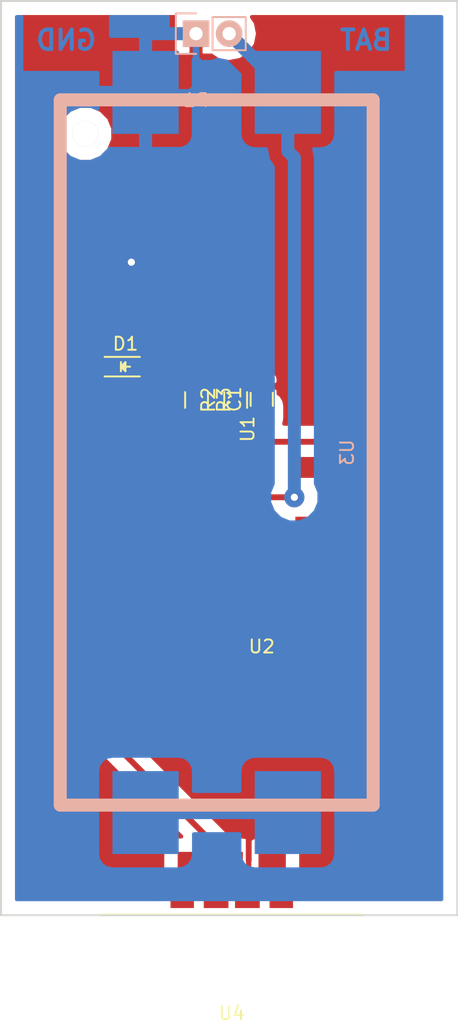
<source format=kicad_pcb>
(kicad_pcb (version 4) (host pcbnew 4.0.3+e1-6302~38~ubuntu16.04.1-stable)

  (general
    (links 25)
    (no_connects 0)
    (area 139.924999 49.924999 175.075001 128.575)
    (thickness 1.6)
    (drawings 6)
    (tracks 85)
    (zones 0)
    (modules 10)
    (nets 16)
  )

  (page A4)
  (layers
    (0 F.Cu signal)
    (31 B.Cu signal hide)
    (32 B.Adhes user)
    (33 F.Adhes user)
    (34 B.Paste user)
    (35 F.Paste user)
    (36 B.SilkS user)
    (37 F.SilkS user)
    (38 B.Mask user)
    (39 F.Mask user)
    (40 Dwgs.User user)
    (41 Cmts.User user)
    (42 Eco1.User user)
    (43 Eco2.User user)
    (44 Edge.Cuts user)
    (45 Margin user)
    (46 B.CrtYd user)
    (47 F.CrtYd user)
    (48 B.Fab user)
    (49 F.Fab user)
  )

  (setup
    (last_trace_width 0.45)
    (user_trace_width 0.45)
    (user_trace_width 0.45)
    (user_trace_width 1)
    (trace_clearance 0.2)
    (zone_clearance 1)
    (zone_45_only no)
    (trace_min 0.45)
    (segment_width 0.2)
    (edge_width 0.15)
    (via_size 1)
    (via_drill 0.32)
    (via_min_size 0.4)
    (via_min_drill 0.3)
    (uvia_size 0.3)
    (uvia_drill 0.1)
    (uvias_allowed no)
    (uvia_min_size 0.2)
    (uvia_min_drill 0.1)
    (pcb_text_width 0.3)
    (pcb_text_size 1.5 1.5)
    (mod_edge_width 0.15)
    (mod_text_size 1 1)
    (mod_text_width 0.15)
    (pad_size 1.55 1.55)
    (pad_drill 0.55)
    (pad_to_mask_clearance 0.2)
    (aux_axis_origin 0 0)
    (visible_elements FFFFFF7F)
    (pcbplotparams
      (layerselection 0x01000_80000001)
      (usegerberextensions false)
      (excludeedgelayer true)
      (linewidth 0.100000)
      (plotframeref false)
      (viasonmask false)
      (mode 1)
      (useauxorigin false)
      (hpglpennumber 1)
      (hpglpenspeed 20)
      (hpglpendiameter 15)
      (hpglpenoverlay 2)
      (psnegative false)
      (psa4output false)
      (plotreference true)
      (plotvalue true)
      (plotinvisibletext false)
      (padsonsilk false)
      (subtractmaskfromsilk false)
      (outputformat 1)
      (mirror false)
      (drillshape 0)
      (scaleselection 1)
      (outputdirectory gerbers/))
  )

  (net 0 "")
  (net 1 TIMER)
  (net 2 GND)
  (net 3 "Net-(D1-Pad2)")
  (net 4 ~CHRG)
  (net 5 Vin)
  (net 6 PROG)
  (net 7 DRIVE)
  (net 8 SENSE)
  (net 9 BAT)
  (net 10 "Net-(U1-Pad13)")
  (net 11 "Net-(U1-Pad11)")
  (net 12 "Net-(U4-Pad2)")
  (net 13 "Net-(U4-Pad3)")
  (net 14 "Net-(U4-Pad4)")
  (net 15 "Net-(U3-Pad3)")

  (net_class Default "This is the default net class."
    (clearance 0.2)
    (trace_width 0.45)
    (via_dia 1)
    (via_drill 0.32)
    (uvia_dia 0.3)
    (uvia_drill 0.1)
    (add_net BAT)
    (add_net DRIVE)
    (add_net GND)
    (add_net "Net-(D1-Pad2)")
    (add_net "Net-(U1-Pad11)")
    (add_net "Net-(U1-Pad13)")
    (add_net "Net-(U3-Pad3)")
    (add_net "Net-(U4-Pad2)")
    (add_net "Net-(U4-Pad3)")
    (add_net "Net-(U4-Pad4)")
    (add_net PROG)
    (add_net SENSE)
    (add_net TIMER)
    (add_net Vin)
    (add_net ~CHRG)
  )

  (module Socket_Strips:Socket_Strip_Straight_1x02 (layer B.Cu) (tedit 54E9F75E) (tstamp 57D8B4C1)
    (at 154.96 52.5)
    (descr "Through hole socket strip")
    (tags "socket strip")
    (path /57D8BA11)
    (fp_text reference P1 (at 0 5.1) (layer B.SilkS)
      (effects (font (size 1 1) (thickness 0.15)) (justify mirror))
    )
    (fp_text value CONN_01X02 (at 0 3.1) (layer B.Fab)
      (effects (font (size 1 1) (thickness 0.15)) (justify mirror))
    )
    (fp_line (start -1.55 -1.55) (end 0 -1.55) (layer B.SilkS) (width 0.15))
    (fp_line (start 3.81 -1.27) (end 1.27 -1.27) (layer B.SilkS) (width 0.15))
    (fp_line (start -1.75 1.75) (end -1.75 -1.75) (layer B.CrtYd) (width 0.05))
    (fp_line (start 4.3 1.75) (end 4.3 -1.75) (layer B.CrtYd) (width 0.05))
    (fp_line (start -1.75 1.75) (end 4.3 1.75) (layer B.CrtYd) (width 0.05))
    (fp_line (start -1.75 -1.75) (end 4.3 -1.75) (layer B.CrtYd) (width 0.05))
    (fp_line (start 1.27 -1.27) (end 1.27 1.27) (layer B.SilkS) (width 0.15))
    (fp_line (start 0 1.55) (end -1.55 1.55) (layer B.SilkS) (width 0.15))
    (fp_line (start -1.55 1.55) (end -1.55 -1.55) (layer B.SilkS) (width 0.15))
    (fp_line (start 1.27 1.27) (end 3.81 1.27) (layer B.SilkS) (width 0.15))
    (fp_line (start 3.81 1.27) (end 3.81 -1.27) (layer B.SilkS) (width 0.15))
    (pad 1 thru_hole rect (at 0 0) (size 2.032 2.032) (drill 1.016) (layers *.Cu *.Mask B.SilkS)
      (net 2 GND))
    (pad 2 thru_hole oval (at 2.54 0) (size 2.032 2.032) (drill 1.016) (layers *.Cu *.Mask B.SilkS)
      (net 9 BAT))
    (model Socket_Strips.3dshapes/Socket_Strip_Straight_1x02.wrl
      (at (xyz 0.05 0 0))
      (scale (xyz 1 1 1))
      (rotate (xyz 0 0 180))
    )
  )

  (module scintilla:36-1022-ND (layer B.Cu) (tedit 57D96978) (tstamp 57D89C29)
    (at 156.545 84.57 270)
    (path /57D96E3E)
    (fp_text reference U3 (at 0 -10 270) (layer B.SilkS)
      (effects (font (size 1 1) (thickness 0.15)) (justify mirror))
    )
    (fp_text value 36-1022-ND (at 0 10 270) (layer B.Fab)
      (effects (font (size 1 1) (thickness 0.15)) (justify mirror))
    )
    (fp_line (start 27 12) (end -27 12) (layer B.SilkS) (width 1))
    (fp_line (start 27 -12) (end 27 12) (layer B.SilkS) (width 1))
    (fp_line (start -27 -12) (end 27 -12) (layer B.SilkS) (width 1))
    (fp_line (start -27 12) (end -27 -12) (layer B.SilkS) (width 1))
    (pad 2 smd rect (at -27.57 5.455 270) (size 6.35 5.08) (layers B.Cu B.Paste B.Mask)
      (net 2 GND))
    (pad 1 smd rect (at -27.57 -5.455 270) (size 6.35 5.08) (layers B.Cu B.Paste B.Mask)
      (net 9 BAT))
    (pad 3 smd rect (at 27.57 5.455 270) (size 6.35 5.08) (layers B.Cu B.Paste B.Mask)
      (net 15 "Net-(U3-Pad3)"))
    (pad 4 smd rect (at 27.57 -5.455 270) (size 6.35 5.08) (layers B.Cu B.Paste B.Mask)
      (net 15 "Net-(U3-Pad3)"))
    (pad 5 thru_hole circle (at -24.395 10.075 270) (size 1.98 1.98) (drill 1.98) (layers *.Cu *.Mask))
  )

  (module scintilla:VIA-1.55mm-0.55mm (layer F.Cu) (tedit 57DB0A67) (tstamp 57DB0934)
    (at 150 70)
    (fp_text reference REF** (at 0 2) (layer F.SilkS) hide
      (effects (font (size 1 1) (thickness 0.15)))
    )
    (fp_text value VIA-1.55mm-0.55mm (at 0 -2) (layer F.Fab) hide
      (effects (font (size 1 1) (thickness 0.15)))
    )
    (pad 1 thru_hole circle (at 0 0) (size 1.55 1.55) (drill 0.55) (layers *.Cu)
      (net 2 GND) (zone_connect 2))
  )

  (module Capacitors_SMD:C_0805 (layer F.Cu) (tedit 5415D6EA) (tstamp 57D89BEE)
    (at 160 80.5 90)
    (descr "Capacitor SMD 0805, reflow soldering, AVX (see smccp.pdf)")
    (tags "capacitor 0805")
    (path /57AE44B1)
    (attr smd)
    (fp_text reference C1 (at 0 -2.1 90) (layer F.SilkS)
      (effects (font (size 1 1) (thickness 0.15)))
    )
    (fp_text value 1.5n (at 0 2.1 90) (layer F.Fab)
      (effects (font (size 1 1) (thickness 0.15)))
    )
    (fp_line (start -1.8 -1) (end 1.8 -1) (layer F.CrtYd) (width 0.05))
    (fp_line (start -1.8 1) (end 1.8 1) (layer F.CrtYd) (width 0.05))
    (fp_line (start -1.8 -1) (end -1.8 1) (layer F.CrtYd) (width 0.05))
    (fp_line (start 1.8 -1) (end 1.8 1) (layer F.CrtYd) (width 0.05))
    (fp_line (start 0.5 -0.85) (end -0.5 -0.85) (layer F.SilkS) (width 0.15))
    (fp_line (start -0.5 0.85) (end 0.5 0.85) (layer F.SilkS) (width 0.15))
    (pad 1 smd rect (at -1 0 90) (size 1 1.25) (layers F.Cu F.Paste F.Mask)
      (net 1 TIMER))
    (pad 2 smd rect (at 1 0 90) (size 1 1.25) (layers F.Cu F.Paste F.Mask)
      (net 2 GND))
    (model Capacitors_SMD.3dshapes/C_0805.wrl
      (at (xyz 0 0 0))
      (scale (xyz 1 1 1))
      (rotate (xyz 0 0 0))
    )
  )

  (module LEDs:LED_0805 (layer F.Cu) (tedit 55BDE1C2) (tstamp 57D89BF4)
    (at 149.54902 78)
    (descr "LED 0805 smd package")
    (tags "LED 0805 SMD")
    (path /57AE4207)
    (attr smd)
    (fp_text reference D1 (at 0 -1.75) (layer F.SilkS)
      (effects (font (size 1 1) (thickness 0.15)))
    )
    (fp_text value LED (at 0 1.75) (layer F.Fab)
      (effects (font (size 1 1) (thickness 0.15)))
    )
    (fp_line (start -0.4 -0.3) (end -0.4 0.3) (layer F.Fab) (width 0.15))
    (fp_line (start -0.3 0) (end 0 -0.3) (layer F.Fab) (width 0.15))
    (fp_line (start 0 0.3) (end -0.3 0) (layer F.Fab) (width 0.15))
    (fp_line (start 0 -0.3) (end 0 0.3) (layer F.Fab) (width 0.15))
    (fp_line (start 1 -0.6) (end -1 -0.6) (layer F.Fab) (width 0.15))
    (fp_line (start 1 0.6) (end 1 -0.6) (layer F.Fab) (width 0.15))
    (fp_line (start -1 0.6) (end 1 0.6) (layer F.Fab) (width 0.15))
    (fp_line (start -1 -0.6) (end -1 0.6) (layer F.Fab) (width 0.15))
    (fp_line (start -1.6 0.75) (end 1.1 0.75) (layer F.SilkS) (width 0.15))
    (fp_line (start -1.6 -0.75) (end 1.1 -0.75) (layer F.SilkS) (width 0.15))
    (fp_line (start -0.1 0.15) (end -0.1 -0.1) (layer F.SilkS) (width 0.15))
    (fp_line (start -0.1 -0.1) (end -0.25 0.05) (layer F.SilkS) (width 0.15))
    (fp_line (start -0.35 -0.35) (end -0.35 0.35) (layer F.SilkS) (width 0.15))
    (fp_line (start 0 0) (end 0.35 0) (layer F.SilkS) (width 0.15))
    (fp_line (start -0.35 0) (end 0 -0.35) (layer F.SilkS) (width 0.15))
    (fp_line (start 0 -0.35) (end 0 0.35) (layer F.SilkS) (width 0.15))
    (fp_line (start 0 0.35) (end -0.35 0) (layer F.SilkS) (width 0.15))
    (fp_line (start 1.9 -0.95) (end 1.9 0.95) (layer F.CrtYd) (width 0.05))
    (fp_line (start 1.9 0.95) (end -1.9 0.95) (layer F.CrtYd) (width 0.05))
    (fp_line (start -1.9 0.95) (end -1.9 -0.95) (layer F.CrtYd) (width 0.05))
    (fp_line (start -1.9 -0.95) (end 1.9 -0.95) (layer F.CrtYd) (width 0.05))
    (pad 2 smd rect (at 1.04902 0 180) (size 1.19888 1.19888) (layers F.Cu F.Paste F.Mask)
      (net 3 "Net-(D1-Pad2)"))
    (pad 1 smd rect (at -1.04902 0 180) (size 1.19888 1.19888) (layers F.Cu F.Paste F.Mask)
      (net 4 ~CHRG))
    (model LEDs.3dshapes/LED_0805.wrl
      (at (xyz 0 0 0))
      (scale (xyz 1 1 1))
      (rotate (xyz 0 0 0))
    )
  )

  (module Resistors_SMD:R_0805 (layer F.Cu) (tedit 5415CDEB) (tstamp 57D89BFA)
    (at 158 80.55 90)
    (descr "Resistor SMD 0805, reflow soldering, Vishay (see dcrcw.pdf)")
    (tags "resistor 0805")
    (path /57AE41A8)
    (attr smd)
    (fp_text reference R2 (at 0 -2.1 90) (layer F.SilkS)
      (effects (font (size 1 1) (thickness 0.15)))
    )
    (fp_text value 330 (at 0 2.1 90) (layer F.Fab)
      (effects (font (size 1 1) (thickness 0.15)))
    )
    (fp_line (start -1.6 -1) (end 1.6 -1) (layer F.CrtYd) (width 0.05))
    (fp_line (start -1.6 1) (end 1.6 1) (layer F.CrtYd) (width 0.05))
    (fp_line (start -1.6 -1) (end -1.6 1) (layer F.CrtYd) (width 0.05))
    (fp_line (start 1.6 -1) (end 1.6 1) (layer F.CrtYd) (width 0.05))
    (fp_line (start 0.6 0.875) (end -0.6 0.875) (layer F.SilkS) (width 0.15))
    (fp_line (start -0.6 -0.875) (end 0.6 -0.875) (layer F.SilkS) (width 0.15))
    (pad 1 smd rect (at -0.95 0 90) (size 0.7 1.3) (layers F.Cu F.Paste F.Mask)
      (net 5 Vin))
    (pad 2 smd rect (at 0.95 0 90) (size 0.7 1.3) (layers F.Cu F.Paste F.Mask)
      (net 3 "Net-(D1-Pad2)"))
    (model Resistors_SMD.3dshapes/R_0805.wrl
      (at (xyz 0 0 0))
      (scale (xyz 1 1 1))
      (rotate (xyz 0 0 0))
    )
  )

  (module Resistors_SMD:R_0805 (layer F.Cu) (tedit 5415CDEB) (tstamp 57D89C00)
    (at 155 80.55 270)
    (descr "Resistor SMD 0805, reflow soldering, Vishay (see dcrcw.pdf)")
    (tags "resistor 0805")
    (path /57AE43AB)
    (attr smd)
    (fp_text reference R3 (at 0 -2.1 270) (layer F.SilkS)
      (effects (font (size 1 1) (thickness 0.15)))
    )
    (fp_text value 698 (at 0 2.1 270) (layer F.Fab)
      (effects (font (size 1 1) (thickness 0.15)))
    )
    (fp_line (start -1.6 -1) (end 1.6 -1) (layer F.CrtYd) (width 0.05))
    (fp_line (start -1.6 1) (end 1.6 1) (layer F.CrtYd) (width 0.05))
    (fp_line (start -1.6 -1) (end -1.6 1) (layer F.CrtYd) (width 0.05))
    (fp_line (start 1.6 -1) (end 1.6 1) (layer F.CrtYd) (width 0.05))
    (fp_line (start 0.6 0.875) (end -0.6 0.875) (layer F.SilkS) (width 0.15))
    (fp_line (start -0.6 -0.875) (end 0.6 -0.875) (layer F.SilkS) (width 0.15))
    (pad 1 smd rect (at -0.95 0 270) (size 0.7 1.3) (layers F.Cu F.Paste F.Mask)
      (net 6 PROG))
    (pad 2 smd rect (at 0.95 0 270) (size 0.7 1.3) (layers F.Cu F.Paste F.Mask)
      (net 2 GND))
    (model Resistors_SMD.3dshapes/R_0805.wrl
      (at (xyz 0 0 0))
      (scale (xyz 1 1 1))
      (rotate (xyz 0 0 0))
    )
  )

  (module scintilla:LTC4060 (layer F.Cu) (tedit 579F9979) (tstamp 57D89C15)
    (at 150.025 82.775 90)
    (path /57AE38D0)
    (fp_text reference U1 (at 0 8.89 90) (layer F.SilkS)
      (effects (font (size 1 1) (thickness 0.15)))
    )
    (fp_text value LTC4060 (at 0 -8.89 90) (layer F.Fab)
      (effects (font (size 1 1) (thickness 0.15)))
    )
    (pad 1 smd rect (at -2.275 2.775 90) (size 0.45 1.05) (layers F.Cu F.Paste F.Mask)
      (net 7 DRIVE))
    (pad 17 smd rect (at 0 0 90) (size 3.58 2.94) (layers F.Cu F.Paste F.Mask)
      (net 2 GND))
    (pad 3 smd rect (at -0.975 2.775 90) (size 0.45 1.05) (layers F.Cu F.Paste F.Mask)
      (net 8 SENSE))
    (pad 2 smd rect (at -1.625 2.775 90) (size 0.45 1.05) (layers F.Cu F.Paste F.Mask)
      (net 9 BAT))
    (pad 4 smd rect (at -0.325 2.775 90) (size 0.45 1.05) (layers F.Cu F.Paste F.Mask)
      (net 1 TIMER))
    (pad 5 smd rect (at 0.325 2.775 90) (size 0.45 1.05) (layers F.Cu F.Paste F.Mask)
      (net 5 Vin))
    (pad 6 smd rect (at 0.975 2.775 90) (size 0.45 1.05) (layers F.Cu F.Paste F.Mask)
      (net 2 GND))
    (pad 7 smd rect (at 1.625 2.775 90) (size 0.45 1.05) (layers F.Cu F.Paste F.Mask)
      (net 6 PROG))
    (pad 8 smd rect (at 2.275 2.775 90) (size 0.45 1.05) (layers F.Cu F.Paste F.Mask)
      (net 5 Vin))
    (pad 16 smd rect (at -2.275 -2.775 90) (size 0.45 1.05) (layers F.Cu F.Paste F.Mask)
      (net 2 GND))
    (pad 15 smd rect (at -1.625 -2.775 90) (size 0.45 1.05) (layers F.Cu F.Paste F.Mask)
      (net 4 ~CHRG))
    (pad 14 smd rect (at -0.975 -2.775 90) (size 0.45 1.05) (layers F.Cu F.Paste F.Mask)
      (net 5 Vin))
    (pad 13 smd rect (at -0.325 -2.775 90) (size 0.45 1.05) (layers F.Cu F.Paste F.Mask)
      (net 10 "Net-(U1-Pad13)"))
    (pad 12 smd rect (at 0.325 -2.775 90) (size 0.45 1.05) (layers F.Cu F.Paste F.Mask)
      (net 2 GND))
    (pad 11 smd rect (at 0.975 -2.775 90) (size 0.45 1.05) (layers F.Cu F.Paste F.Mask)
      (net 11 "Net-(U1-Pad11)"))
    (pad 10 smd rect (at 1.625 -2.775 90) (size 0.45 1.05) (layers F.Cu F.Paste F.Mask)
      (net 2 GND))
    (pad 9 smd rect (at 2.275 -2.775 90) (size 0.45 1.05) (layers F.Cu F.Paste F.Mask)
      (net 5 Vin))
  )

  (module scintilla:MJD210 (layer F.Cu) (tedit 579FBB4E) (tstamp 57D89C1C)
    (at 160 88)
    (path /57AE393C)
    (fp_text reference U2 (at 0 11.43) (layer F.SilkS)
      (effects (font (size 1 1) (thickness 0.15)))
    )
    (fp_text value MJD210 (at 0 -5) (layer F.Fab)
      (effects (font (size 1 1) (thickness 0.15)))
    )
    (pad 1 smd rect (at 4.08 2.286) (size 3 1.6) (layers F.Cu F.Paste F.Mask)
      (net 7 DRIVE))
    (pad 3 smd rect (at 4.08 -2.286) (size 3 1.6) (layers F.Cu F.Paste F.Mask)
      (net 8 SENSE))
    (pad 4 smd rect (at -3.1 0) (size 6.2 5.8) (layers F.Cu F.Paste F.Mask)
      (net 9 BAT))
  )

  (module scintilla:609-4613-6-ND (layer F.Cu) (tedit 57D8AF1B) (tstamp 57D8B4D1)
    (at 157.7 118.5)
    (path /57D8B0DA)
    (fp_text reference U4 (at 0 9) (layer F.SilkS)
      (effects (font (size 1 1) (thickness 0.15)))
    )
    (fp_text value 609-4613-6-ND (at 0 -10) (layer F.Fab)
      (effects (font (size 1 1) (thickness 0.15)))
    )
    (fp_line (start -10 1.45) (end 10 1.45) (layer F.SilkS) (width 0.15))
    (pad "" smd rect (at 3.8 0) (size 1.8 1.9) (layers F.Cu F.Paste F.Mask))
    (pad "" smd rect (at -3.8 0) (size 1.8 1.9) (layers F.Cu F.Paste F.Mask))
    (pad "" smd rect (at -1.2 0) (size 1.9 1.9) (layers F.Cu F.Paste F.Mask))
    (pad "" smd rect (at 1.2 0) (size 1.9 1.9) (layers F.Cu F.Paste F.Mask))
    (pad "" smd rect (at -3.1 -2.55) (size 2.1 1.6) (layers F.Cu F.Paste F.Mask))
    (pad "" smd rect (at 3.1 -2.55) (size 2.1 1.6) (layers F.Cu F.Paste F.Mask))
    (pad 1 smd rect (at -1.3 -2.675) (size 0.4 1.35) (layers F.Cu F.Paste F.Mask)
      (net 5 Vin))
    (pad 2 smd rect (at -0.65 -2.675) (size 0.4 1.35) (layers F.Cu F.Paste F.Mask)
      (net 12 "Net-(U4-Pad2)"))
    (pad 3 smd rect (at 0 -2.675) (size 0.4 1.35) (layers F.Cu F.Paste F.Mask)
      (net 13 "Net-(U4-Pad3)"))
    (pad 4 smd rect (at 0.65 -2.675) (size 0.4 1.35) (layers F.Cu F.Paste F.Mask)
      (net 14 "Net-(U4-Pad4)"))
    (pad 5 smd rect (at 1.3 -2.675) (size 0.4 1.35) (layers F.Cu F.Paste F.Mask)
      (net 2 GND))
  )

  (gr_text GND (at 145 53) (layer B.Cu)
    (effects (font (size 1.5 1.5) (thickness 0.3)) (justify mirror))
  )
  (gr_text BAT (at 168 53) (layer B.Cu)
    (effects (font (size 1.5 1.5) (thickness 0.3)) (justify mirror))
  )
  (gr_line (start 175 50) (end 140 50) (layer Edge.Cuts) (width 0.15))
  (gr_line (start 175 120) (end 175 50) (layer Edge.Cuts) (width 0.15))
  (gr_line (start 140 120) (end 175 120) (layer Edge.Cuts) (width 0.15))
  (gr_line (start 140 50) (end 140 120) (layer Edge.Cuts) (width 0.15))

  (segment (start 152.8 83.1) (end 159.4 83.1) (width 0.45) (layer F.Cu) (net 1))
  (segment (start 159.4 83.1) (end 160 82.5) (width 0.45) (layer F.Cu) (net 1))
  (segment (start 160 82.5) (end 160 81.5) (width 0.45) (layer F.Cu) (net 1))
  (segment (start 154.96 52.5) (end 153 52.5) (width 1) (layer F.Cu) (net 2))
  (segment (start 154.96 52.5) (end 154.96 54.46) (width 1) (layer F.Cu) (net 2))
  (segment (start 154.96 52.5) (end 151.5 52.5) (width 1) (layer B.Cu) (net 2))
  (segment (start 151.5 52.5) (end 151.09 52.09) (width 1) (layer B.Cu) (net 2))
  (segment (start 151.09 57) (end 151.09 52.09) (width 1) (layer B.Cu) (net 2))
  (segment (start 151.09 57) (end 145 57) (width 1) (layer B.Cu) (net 2))
  (segment (start 151.09 57) (end 151.09 62.41) (width 1) (layer B.Cu) (net 2))
  (segment (start 159 114.3) (end 159 114) (width 0.45) (layer F.Cu) (net 2))
  (segment (start 146.275 85.725) (end 146 86) (width 0.45) (layer F.Cu) (net 2))
  (segment (start 147.25 85.725) (end 146.275 85.725) (width 0.45) (layer F.Cu) (net 2))
  (segment (start 147.25 85.05) (end 147.25 85.725) (width 0.45) (layer F.Cu) (net 2))
  (segment (start 147.25 81.15) (end 148.4 81.15) (width 0.45) (layer F.Cu) (net 2))
  (segment (start 148.4 81.15) (end 150.025 82.775) (width 0.45) (layer F.Cu) (net 2))
  (segment (start 159 115.825) (end 159 114.3) (width 0.45) (layer F.Cu) (net 2))
  (segment (start 150.025 82.775) (end 150.025 86.475) (width 0.45) (layer F.Cu) (net 2))
  (segment (start 150.025 86.475) (end 150 86.5) (width 0.45) (layer F.Cu) (net 2))
  (segment (start 152.8 81.8) (end 154.7 81.8) (width 0.45) (layer F.Cu) (net 2))
  (segment (start 154.7 81.8) (end 155 81.5) (width 0.45) (layer F.Cu) (net 2))
  (segment (start 152.8 81.8) (end 151 81.8) (width 0.45) (layer F.Cu) (net 2))
  (segment (start 151 81.8) (end 150.025 82.775) (width 0.45) (layer F.Cu) (net 2))
  (segment (start 147.25 82.45) (end 149.7 82.45) (width 0.45) (layer F.Cu) (net 2))
  (segment (start 149.7 82.45) (end 150.025 82.775) (width 0.45) (layer F.Cu) (net 2))
  (segment (start 158 78.5) (end 157.34999 77.84999) (width 0.45) (layer F.Cu) (net 3))
  (segment (start 157.34999 77.84999) (end 151.79749 77.84999) (width 0.45) (layer F.Cu) (net 3))
  (segment (start 151.79749 77.84999) (end 151.64748 78) (width 0.45) (layer F.Cu) (net 3))
  (segment (start 151.64748 78) (end 150.59804 78) (width 0.45) (layer F.Cu) (net 3))
  (segment (start 158 78.5) (end 158 79.6) (width 0.45) (layer F.Cu) (net 3))
  (segment (start 148.5 78) (end 147.315746 78) (width 0.45) (layer F.Cu) (net 4))
  (segment (start 145.980747 84.399999) (end 146.100001 84.399999) (width 0.45) (layer F.Cu) (net 4))
  (segment (start 147.315746 78) (end 145.34999 79.965756) (width 0.45) (layer F.Cu) (net 4))
  (segment (start 145.34999 79.965756) (end 145.34999 83.769242) (width 0.45) (layer F.Cu) (net 4))
  (segment (start 145.34999 83.769242) (end 145.980747 84.399999) (width 0.45) (layer F.Cu) (net 4))
  (segment (start 147.25 84.4) (end 146.100001 84.399999) (width 0.45) (layer F.Cu) (net 4))
  (segment (start 156.4 115.825) (end 156.4 114.6) (width 0.45) (layer F.Cu) (net 5))
  (segment (start 156.4 114.6) (end 148.150001 106.350001) (width 0.45) (layer F.Cu) (net 5))
  (segment (start 148.150001 106.350001) (end 148.15 85.65) (width 0.45) (layer F.Cu) (net 5))
  (segment (start 148.15 85.45) (end 148.15 85.65) (width 0.35) (layer F.Cu) (net 5))
  (segment (start 148.15 84.35) (end 148.15 85.45) (width 0.35) (layer F.Cu) (net 5))
  (segment (start 148.15 83.75) (end 148.15 84.35) (width 0.35) (layer F.Cu) (net 5))
  (segment (start 147.25 83.75) (end 148.15 83.75) (width 0.35) (layer F.Cu) (net 5))
  (segment (start 147 79.5) (end 146.734998 79.5) (width 0.45) (layer F.Cu) (net 5))
  (segment (start 146.734998 79.5) (end 146 80.234998) (width 0.45) (layer F.Cu) (net 5))
  (segment (start 146 80.234998) (end 146 83.5) (width 0.45) (layer F.Cu) (net 5))
  (segment (start 146 83.5) (end 146.25 83.75) (width 0.45) (layer F.Cu) (net 5))
  (segment (start 147 79.5) (end 148.66 79.5) (width 0.45) (layer F.Cu) (net 5))
  (segment (start 148.66 79.5) (end 151.5 79.5) (width 0.45) (layer F.Cu) (net 5))
  (segment (start 147.25 80.5) (end 147.55 80.5) (width 0.45) (layer F.Cu) (net 5))
  (segment (start 147.55 80.5) (end 148.55 79.5) (width 0.45) (layer F.Cu) (net 5))
  (segment (start 148.55 79.5) (end 148.66 79.5) (width 0.45) (layer F.Cu) (net 5))
  (segment (start 152.8 82.45) (end 157.05 82.45) (width 0.45) (layer F.Cu) (net 5))
  (segment (start 157.05 82.45) (end 158 81.5) (width 0.45) (layer F.Cu) (net 5))
  (segment (start 152.5 78.5) (end 151.5 79.5) (width 0.45) (layer F.Cu) (net 5))
  (segment (start 156.5 78.5) (end 152.5 78.5) (width 0.45) (layer F.Cu) (net 5))
  (segment (start 156.5 81.5) (end 156.5 78.5) (width 0.45) (layer F.Cu) (net 5))
  (segment (start 158 81.5) (end 156.5 81.5) (width 0.45) (layer F.Cu) (net 5))
  (segment (start 151.5 79.5) (end 152.5 80.5) (width 0.45) (layer F.Cu) (net 5))
  (segment (start 152.5 80.5) (end 152.8 80.5) (width 0.45) (layer F.Cu) (net 5))
  (segment (start 147.25 83.75) (end 146.25 83.75) (width 0.45) (layer F.Cu) (net 5))
  (segment (start 152.8 81.15) (end 153.584998 81.15) (width 0.45) (layer F.Cu) (net 6))
  (segment (start 153.584998 81.15) (end 153.9 80.834998) (width 0.45) (layer F.Cu) (net 6))
  (segment (start 153.9 80.4) (end 154.7 79.6) (width 0.45) (layer F.Cu) (net 6))
  (segment (start 153.9 80.834998) (end 153.9 80.4) (width 0.45) (layer F.Cu) (net 6))
  (segment (start 154.7 79.6) (end 155 79.6) (width 0.45) (layer F.Cu) (net 6))
  (segment (start 165 93) (end 165.08 92.92) (width 0.45) (layer F.Cu) (net 7))
  (segment (start 165.08 92.92) (end 165.08 90.286) (width 0.45) (layer F.Cu) (net 7))
  (segment (start 154 93) (end 165 93) (width 0.45) (layer F.Cu) (net 7))
  (segment (start 152.8 91.8) (end 154 93) (width 0.45) (layer F.Cu) (net 7))
  (segment (start 152.8 85.05) (end 152.8 91.8) (width 0.45) (layer F.Cu) (net 7))
  (segment (start 152.8 83.75) (end 164.366 83.75) (width 0.45) (layer F.Cu) (net 8))
  (segment (start 164.366 83.75) (end 165.08 84.464) (width 0.45) (layer F.Cu) (net 8))
  (segment (start 165.08 84.464) (end 165.08 85.714) (width 0.45) (layer F.Cu) (net 8))
  (segment (start 157.5 52.5) (end 162 57) (width 1) (layer B.Cu) (net 9))
  (segment (start 162 61.5) (end 162.5 62) (width 1) (layer B.Cu) (net 9))
  (segment (start 162.5 62) (end 162.5 88) (width 1) (layer B.Cu) (net 9))
  (segment (start 162 57) (end 162 61.5) (width 1) (layer B.Cu) (net 9))
  (segment (start 162.5 88) (end 156.9 88) (width 0.45) (layer F.Cu) (net 9))
  (segment (start 152.8 84.4) (end 156.65 84.4) (width 0.45) (layer F.Cu) (net 9))
  (segment (start 156.65 84.4) (end 156.9 84.65) (width 0.45) (layer F.Cu) (net 9))
  (segment (start 156.9 84.65) (end 156.9 88) (width 0.45) (layer F.Cu) (net 9))
  (via (at 162.5 88) (size 1.55) (drill 0.55) (layers F.Cu B.Cu) (net 9))
  (segment (start 162.5 57.5) (end 162 57) (width 0.45) (layer B.Cu) (net 9))
  (segment (start 151.09 112.14) (end 162 112.14) (width 1) (layer B.Cu) (net 15))

  (zone (net 2) (net_name GND) (layer F.Cu) (tstamp 0) (hatch edge 0.508)
    (connect_pads (clearance 1))
    (min_thickness 0.3)
    (fill yes (arc_segments 16) (thermal_gap 0.508) (thermal_bridge_width 0.508))
    (polygon
      (pts
        (xy 140 50) (xy 175 50) (xy 175 120) (xy 140 120)
      )
    )
    (filled_polygon
      (pts
        (xy 153.286 51.353115) (xy 153.286 52.2315) (xy 153.4505 52.396) (xy 154.856 52.396) (xy 154.856 52.376)
        (xy 155.064 52.376) (xy 155.064 52.396) (xy 155.084 52.396) (xy 155.084 52.604) (xy 155.064 52.604)
        (xy 155.064 54.0095) (xy 155.2285 54.174) (xy 156.106884 54.174) (xy 156.126772 54.165762) (xy 156.628674 54.501123)
        (xy 157.457566 54.666) (xy 157.542434 54.666) (xy 158.371326 54.501123) (xy 159.074027 54.031593) (xy 159.543557 53.328892)
        (xy 159.708434 52.5) (xy 159.543557 51.671108) (xy 159.245477 51.225) (xy 173.775 51.225) (xy 173.775 118.775)
        (xy 163.572529 118.775) (xy 163.572529 117.55) (xy 163.492341 117.123836) (xy 163.240478 116.73243) (xy 163.022529 116.583512)
        (xy 163.022529 115.15) (xy 162.942341 114.723836) (xy 162.690478 114.33243) (xy 162.306179 114.06985) (xy 161.85 113.977471)
        (xy 159.75 113.977471) (xy 159.323836 114.057659) (xy 159.151056 114.16884) (xy 159.006179 114.06985) (xy 158.55 113.977471)
        (xy 158.15 113.977471) (xy 158.020411 114.001855) (xy 157.9 113.977471) (xy 157.605962 113.977471) (xy 157.372272 113.627728)
        (xy 157.372269 113.627726) (xy 149.525001 105.780457) (xy 149.525 85.65) (xy 149.475 85.398634) (xy 149.475 85.223)
        (xy 149.7565 85.223) (xy 149.921 85.0585) (xy 149.921 82.879) (xy 149.901 82.879) (xy 149.901 82.671)
        (xy 149.921 82.671) (xy 149.921 82.651) (xy 150.129 82.651) (xy 150.129 82.671) (xy 150.149 82.671)
        (xy 150.149 82.879) (xy 150.129 82.879) (xy 150.129 85.0585) (xy 150.2935 85.223) (xy 151.102471 85.223)
        (xy 151.102471 85.275) (xy 151.182659 85.701164) (xy 151.425 86.077772) (xy 151.425 91.8) (xy 151.529666 92.32619)
        (xy 151.628303 92.473811) (xy 151.827728 92.772272) (xy 153.027728 93.972272) (xy 153.47381 94.270334) (xy 154 94.375)
        (xy 165 94.375) (xy 165.52619 94.270334) (xy 165.972272 93.972272) (xy 166.052272 93.892272) (xy 166.350334 93.44619)
        (xy 166.455 92.92) (xy 166.455 91.842426) (xy 166.66015 91.542179) (xy 166.752529 91.086) (xy 166.752529 89.486)
        (xy 166.672341 89.059836) (xy 166.420478 88.66843) (xy 166.036179 88.40585) (xy 165.58 88.313471) (xy 164.424727 88.313471)
        (xy 164.425274 87.686529) (xy 165.58 87.686529) (xy 166.006164 87.606341) (xy 166.39757 87.354478) (xy 166.66015 86.970179)
        (xy 166.752529 86.514) (xy 166.752529 84.914) (xy 166.672341 84.487836) (xy 166.420478 84.09643) (xy 166.375815 84.065913)
        (xy 166.350334 83.93781) (xy 166.052272 83.491728) (xy 166.052269 83.491726) (xy 165.338272 82.777728) (xy 165.178542 82.671)
        (xy 164.89219 82.479666) (xy 164.366 82.375) (xy 161.721589 82.375) (xy 161.797529 82) (xy 161.797529 81)
        (xy 161.717341 80.573836) (xy 161.465478 80.18243) (xy 161.283 80.057748) (xy 161.283 79.7685) (xy 161.1185 79.604)
        (xy 160.104 79.604) (xy 160.104 79.624) (xy 159.896 79.624) (xy 159.896 79.604) (xy 159.876 79.604)
        (xy 159.876 79.396) (xy 159.896 79.396) (xy 159.896 78.5065) (xy 160.104 78.5065) (xy 160.104 79.396)
        (xy 161.1185 79.396) (xy 161.283 79.2315) (xy 161.283 78.869116) (xy 161.182826 78.627273) (xy 160.997727 78.442175)
        (xy 160.755885 78.342) (xy 160.2685 78.342) (xy 160.104 78.5065) (xy 159.896 78.5065) (xy 159.7315 78.342)
        (xy 159.358129 78.342) (xy 159.341282 78.330489) (xy 159.270334 77.97381) (xy 158.972272 77.527728) (xy 158.322262 76.877718)
        (xy 158.100686 76.729666) (xy 157.87618 76.579656) (xy 157.34999 76.47499) (xy 151.879895 76.47499) (xy 151.653659 76.32041)
        (xy 151.19748 76.228031) (xy 149.9986 76.228031) (xy 149.572436 76.308219) (xy 149.554 76.320082) (xy 149.09944 76.228031)
        (xy 147.90056 76.228031) (xy 147.474396 76.308219) (xy 147.08299 76.560082) (xy 146.995047 76.688791) (xy 146.789556 76.729666)
        (xy 146.468212 76.944381) (xy 146.343474 77.027728) (xy 144.377718 78.993484) (xy 144.079656 79.439566) (xy 143.97499 79.965756)
        (xy 143.97499 83.769242) (xy 144.079656 84.295432) (xy 144.332497 84.673836) (xy 144.377718 84.741514) (xy 145.008475 85.372271)
        (xy 145.454557 85.670333) (xy 145.980747 85.774999) (xy 146.294447 85.774999) (xy 146.352273 85.832825) (xy 146.594115 85.933)
        (xy 146.775 85.933) (xy 146.775001 106.350001) (xy 146.879667 106.876191) (xy 147.177729 107.322273) (xy 153.832928 113.977471)
        (xy 153.55 113.977471) (xy 153.123836 114.057659) (xy 152.73243 114.309522) (xy 152.46985 114.693821) (xy 152.377471 115.15)
        (xy 152.377471 116.584016) (xy 152.18243 116.709522) (xy 151.91985 117.093821) (xy 151.827471 117.55) (xy 151.827471 118.775)
        (xy 141.225 118.775) (xy 141.225 60.598805) (xy 144.329629 60.598805) (xy 144.654739 61.385629) (xy 145.256205 61.988146)
        (xy 146.04246 62.314628) (xy 146.893805 62.315371) (xy 147.680629 61.990261) (xy 148.283146 61.388795) (xy 148.609628 60.60254)
        (xy 148.610371 59.751195) (xy 148.285261 58.964371) (xy 147.683795 58.361854) (xy 146.89754 58.035372) (xy 146.046195 58.034629)
        (xy 145.259371 58.359739) (xy 144.656854 58.961205) (xy 144.330372 59.74746) (xy 144.329629 60.598805) (xy 141.225 60.598805)
        (xy 141.225 52.7685) (xy 153.286 52.7685) (xy 153.286 53.646885) (xy 153.386175 53.888727) (xy 153.571273 54.073826)
        (xy 153.813116 54.174) (xy 154.6915 54.174) (xy 154.856 54.0095) (xy 154.856 52.604) (xy 153.4505 52.604)
        (xy 153.286 52.7685) (xy 141.225 52.7685) (xy 141.225 51.225) (xy 153.339067 51.225)
      )
    )
  )
  (zone (net 2) (net_name GND) (layer B.Cu) (tstamp 0) (hatch edge 0.508)
    (connect_pads (clearance 1))
    (min_thickness 0.3)
    (fill yes (arc_segments 16) (thermal_gap 1) (thermal_bridge_width 0.508))
    (polygon
      (pts
        (xy 140 50) (xy 175 50) (xy 175 120) (xy 140 120)
      )
    )
    (filled_polygon
      (pts
        (xy 141.564286 55.5) (xy 147.4 55.5) (xy 147.4 56.6085) (xy 147.6875 56.896) (xy 150.986 56.896)
        (xy 150.986 52.9625) (xy 151.194 52.9625) (xy 151.194 56.896) (xy 154.4925 56.896) (xy 154.78 56.6085)
        (xy 154.78 54.4545) (xy 154.856 54.3785) (xy 154.856 52.604) (xy 153.0815 52.604) (xy 153.0105 52.675)
        (xy 151.4815 52.675) (xy 151.194 52.9625) (xy 150.986 52.9625) (xy 150.6985 52.675) (xy 148.435715 52.675)
        (xy 148.435715 51.225) (xy 152.80653 51.225) (xy 152.794 51.255251) (xy 152.794 52.1085) (xy 153.0815 52.396)
        (xy 154.856 52.396) (xy 154.856 52.376) (xy 155.064 52.376) (xy 155.064 52.396) (xy 155.084 52.396)
        (xy 155.084 52.604) (xy 155.064 52.604) (xy 155.064 54.3785) (xy 155.3515 54.666) (xy 156.204749 54.666)
        (xy 156.618771 54.494506) (xy 156.628674 54.501123) (xy 157.301506 54.634958) (xy 158.287471 55.620923) (xy 158.287471 60.175)
        (xy 158.367659 60.601164) (xy 158.619522 60.99257) (xy 159.003821 61.25515) (xy 159.46 61.347529) (xy 160.35 61.347529)
        (xy 160.35 61.5) (xy 160.475599 62.131428) (xy 160.598506 62.315371) (xy 160.833274 62.666726) (xy 160.85 62.683452)
        (xy 160.85 86.953947) (xy 160.575335 87.615414) (xy 160.574667 88.381226) (xy 160.867113 89.089) (xy 161.408151 89.630984)
        (xy 162.115414 89.924665) (xy 162.881226 89.925333) (xy 163.589 89.632887) (xy 164.130984 89.091849) (xy 164.424665 88.384586)
        (xy 164.425333 87.618774) (xy 164.15 86.952417) (xy 164.15 62) (xy 164.024401 61.368572) (xy 164.010341 61.347529)
        (xy 164.54 61.347529) (xy 164.966164 61.267341) (xy 165.35757 61.015478) (xy 165.62015 60.631179) (xy 165.712529 60.175)
        (xy 165.712529 55.5) (xy 171.114286 55.5) (xy 171.114286 51.225) (xy 173.775 51.225) (xy 173.775 118.775)
        (xy 141.225 118.775) (xy 141.225 108.965) (xy 147.377471 108.965) (xy 147.377471 115.315) (xy 147.457659 115.741164)
        (xy 147.709522 116.13257) (xy 148.093821 116.39515) (xy 148.55 116.487529) (xy 153.63 116.487529) (xy 154.056164 116.407341)
        (xy 154.44757 116.155478) (xy 154.71015 115.771179) (xy 154.802529 115.315) (xy 154.802529 113.79) (xy 158.287471 113.79)
        (xy 158.287471 115.315) (xy 158.367659 115.741164) (xy 158.619522 116.13257) (xy 159.003821 116.39515) (xy 159.46 116.487529)
        (xy 164.54 116.487529) (xy 164.966164 116.407341) (xy 165.35757 116.155478) (xy 165.62015 115.771179) (xy 165.712529 115.315)
        (xy 165.712529 108.965) (xy 165.632341 108.538836) (xy 165.380478 108.14743) (xy 164.996179 107.88485) (xy 164.54 107.792471)
        (xy 159.46 107.792471) (xy 159.033836 107.872659) (xy 158.64243 108.124522) (xy 158.37985 108.508821) (xy 158.287471 108.965)
        (xy 158.287471 110.49) (xy 154.802529 110.49) (xy 154.802529 108.965) (xy 154.722341 108.538836) (xy 154.470478 108.14743)
        (xy 154.086179 107.88485) (xy 153.63 107.792471) (xy 148.55 107.792471) (xy 148.123836 107.872659) (xy 147.73243 108.124522)
        (xy 147.46985 108.508821) (xy 147.377471 108.965) (xy 141.225 108.965) (xy 141.225 60.598805) (xy 144.329629 60.598805)
        (xy 144.654739 61.385629) (xy 145.256205 61.988146) (xy 146.04246 62.314628) (xy 146.893805 62.315371) (xy 147.680629 61.990261)
        (xy 148.283146 61.388795) (xy 148.311341 61.320895) (xy 148.321251 61.325) (xy 150.6985 61.325) (xy 150.986 61.0375)
        (xy 150.986 57.104) (xy 151.194 57.104) (xy 151.194 61.0375) (xy 151.4815 61.325) (xy 153.858749 61.325)
        (xy 154.281423 61.149923) (xy 154.604923 60.826422) (xy 154.78 60.403749) (xy 154.78 57.3915) (xy 154.4925 57.104)
        (xy 151.194 57.104) (xy 150.986 57.104) (xy 147.6875 57.104) (xy 147.4 57.3915) (xy 147.4 58.244012)
        (xy 146.89754 58.035372) (xy 146.046195 58.034629) (xy 145.259371 58.359739) (xy 144.656854 58.961205) (xy 144.330372 59.74746)
        (xy 144.329629 60.598805) (xy 141.225 60.598805) (xy 141.225 51.225) (xy 141.564286 51.225)
      )
    )
  )
)

</source>
